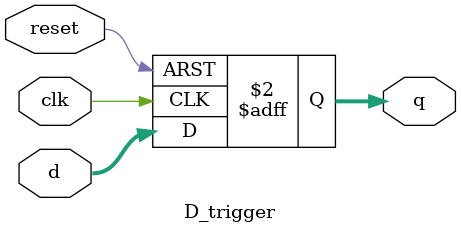
<source format=sv>
module D_trigger #(parameter WIDTH = 8)
(
input logic clk, reset,
input logic [WIDTH - 1:0] d,
output logic [WIDTH - 1:0] q
);

always_ff @(posedge clk, posedge reset)
    if (reset) q <= 0;
    else q <= d;

endmodule

</source>
